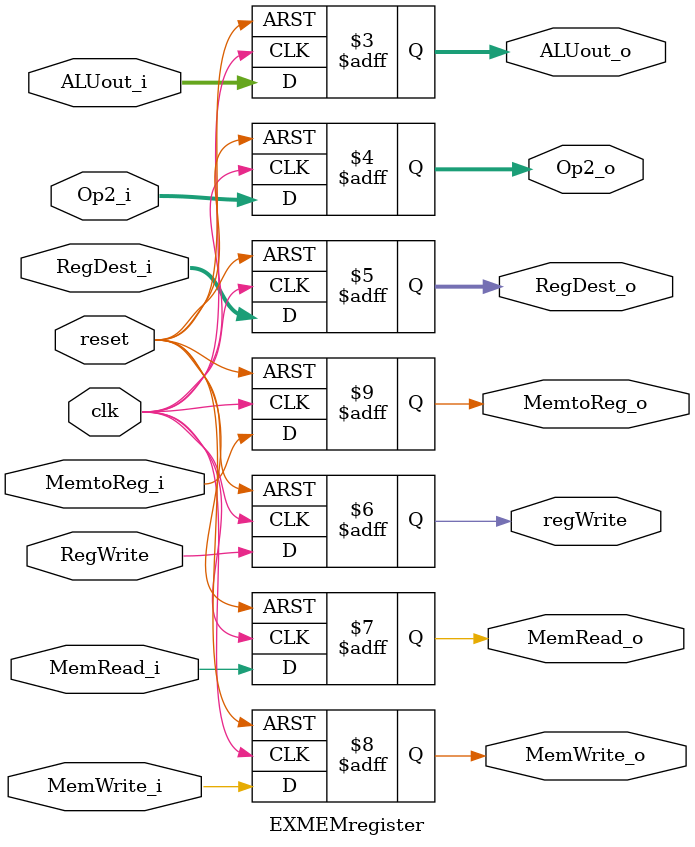
<source format=v>
`timescale 1ns / 1ps
module EXMEMregister(
   input [31:0] ALUout_i,
	input [31:0] Op2_i,
	output reg [31:0] ALUout_o,
	output reg [31:0] Op2_o,
	input [4:0] RegDest_i,
	output reg [4:0] RegDest_o,
	input RegWrite,
	output reg regWrite,
	input clk,
	input reset,
	input MemRead_i, MemWrite_i, MemtoReg_i,
	output reg MemRead_o, MemWrite_o, MemtoReg_o
	
    );
	
	 
	 always @ (posedge clk, posedge reset)
begin
	 if (reset == 1)
	 begin
	 ALUout_o <= 32'b0;
	 Op2_o <= 32'b0;
	 regWrite <= 1'b0;
	 RegDest_o <= 3'b0;
	 MemRead_o <= 0;
	 MemWrite_o <= 0;
	 MemtoReg_o <= 0;
	 
	 end
	 else 
	 begin
	 ALUout_o <= ALUout_i;
	 Op2_o <= Op2_i;
	 regWrite <= RegWrite;
	 RegDest_o <= RegDest_i;
	 MemRead_o <= MemRead_i;
	 MemWrite_o <= MemWrite_i;
	 MemtoReg_o <= MemtoReg_i;
	 end

	 
end

endmodule
</source>
